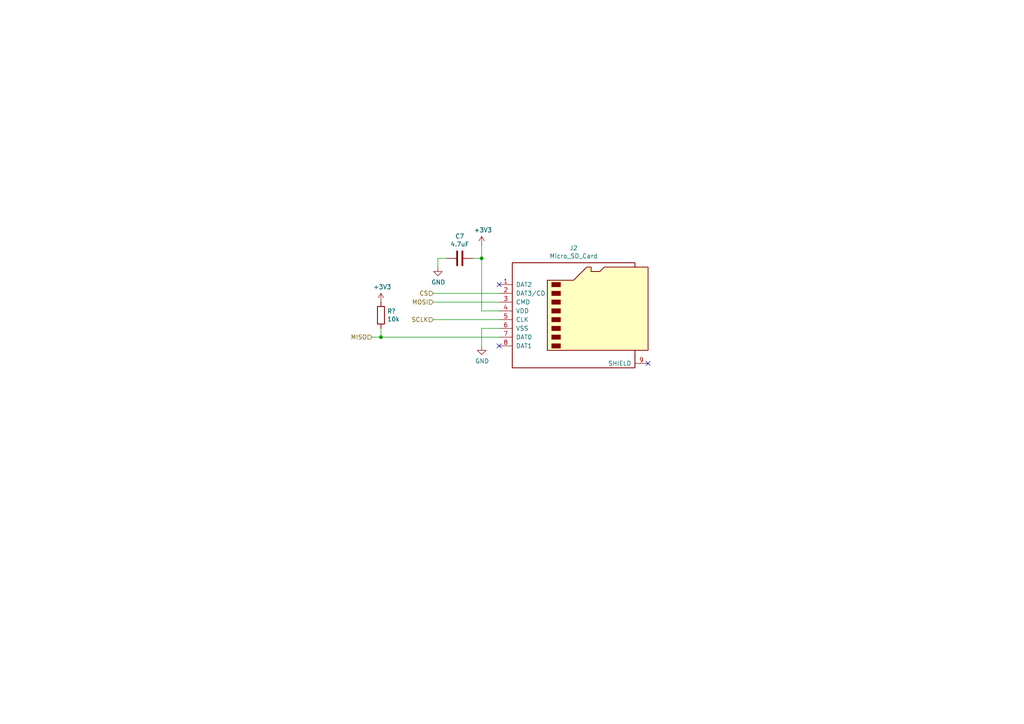
<source format=kicad_sch>
(kicad_sch (version 20211123) (generator eeschema)
  (paper "A4")
  (title_block (title "SD Card Breakout") (date "2022-01-04") (company "Waterloo Rocketry"))
  (lib_symbols
    (symbol "Connector:Micro_SD_Card" (pin_names (offset 1.016))
      (property "Reference" "J" (at -16.51 15.24 0))
      (property "Value" "Micro_SD_Card" (at 16.51 15.24 0))
      (symbol "Micro_SD_Card_0_1"
        (rectangle (start -7.62 -9.525) (end -5.08 -10.795) (fill (type outline)))
        (rectangle (start -7.62 -6.985) (end -5.08 -8.255) (fill (type outline)))
        (rectangle (start -7.62 -4.445) (end -5.08 -5.715) (fill (type outline)))
        (rectangle (start -7.62 -1.905) (end -5.08 -3.175) (fill (type outline)))
        (rectangle (start -7.62 0.635) (end -5.08 -0.635) (fill (type outline)))
        (rectangle (start -7.62 3.175) (end -5.08 1.905) (fill (type outline)))
        (rectangle (start -7.62 5.715) (end -5.08 4.445) (fill (type outline)))
        (rectangle (start -7.62 8.255) (end -5.08 6.985) (fill (type outline)))
        (polyline (pts (xy 16.51 12.7) (xy 16.51 13.97) (xy -19.05 13.97) (xy -19.05 -16.51) (xy 16.51 -16.51) (xy 16.51 -11.43)) (stroke (width 0.254)))
        (polyline (pts (xy -8.89 -11.43) (xy -8.89 8.89) (xy -1.27 8.89) (xy 2.54 12.7) (xy 3.81 12.7) (xy 3.81 11.43) (xy 6.35 11.43) (xy 7.62 12.7) (xy 20.32 12.7) (xy 20.32 -11.43) (xy -8.89 -11.43)) (stroke (width 0.254)) (fill (type background)))
      )
      (symbol "Micro_SD_Card_1_1"
        (pin bidirectional line (at -22.86 7.62 0) (length 3.81) (name "DAT2") (number "1"))
        (pin bidirectional line (at -22.86 5.08 0) (length 3.81) (name "DAT3/CD") (number "2"))
        (pin input line (at -22.86 2.54 0) (length 3.81) (name "CMD") (number "3"))
        (pin power_in line (at -22.86 0 0) (length 3.81) (name "VDD") (number "4"))
        (pin input line (at -22.86 -2.54 0) (length 3.81) (name "CLK") (number "5"))
        (pin power_in line (at -22.86 -5.08 0) (length 3.81) (name "VSS") (number "6"))
        (pin bidirectional line (at -22.86 -7.62 0) (length 3.81) (name "DAT0") (number "7"))
        (pin bidirectional line (at -22.86 -10.16 0) (length 3.81) (name "DAT1") (number "8"))
        (pin passive line (at 20.32 -15.24 180) (length 3.81) (name "SHIELD") (number "9"))
      )
    )
    (symbol "Device:C" (pin_numbers hide) (pin_names (offset 0.254))
      (property "Reference" "C" (at 0.635 2.54 0))
      (property "Value" "C" (at 0.635 -2.54 0))
      (symbol "C_0_1"
        (polyline (pts (xy -2.032 -0.762) (xy 2.032 -0.762)) (stroke (width 0.508)))
        (polyline (pts (xy -2.032 0.762) (xy 2.032 0.762)) (stroke (width 0.508)))
      )
      (symbol "C_1_1"
        (pin passive line (at 0 3.81 270) (length 2.794) (name "~") (number "1"))
        (pin passive line (at 0 -3.81 90) (length 2.794) (name "~") (number "2"))
      )
    )
    (symbol "Device:R" (pin_numbers hide) (pin_names (offset 0))
      (property "Reference" "R" (at 2.032 0 90))
      (property "Value" "R" (at 0 0 90))
      (symbol "R_0_1"
        (rectangle (start -1.016 -2.54) (end 1.016 2.54) (stroke (width 0.254)))
      )
      (symbol "R_1_1"
        (pin passive line (at 0 3.81 270) (length 1.27) (name "~") (number "1"))
        (pin passive line (at 0 -3.81 90) (length 1.27) (name "~") (number "2"))
      )
    )
    (symbol "logger-rescue:+3.3V-power" (power) (pin_names (offset 0))
      (property "Value" "+3.3V-power" (at 0 3.556 0))
      (symbol "+3.3V-power_0_1"
        (polyline (pts (xy -0.762 1.27) (xy 0 2.54)))
        (polyline (pts (xy 0 0) (xy 0 2.54)))
        (polyline (pts (xy 0 2.54) (xy 0.762 1.27)))
      )
      (symbol "+3.3V-power_1_1"
        (pin power_in line (at 0 0 90) (length 0) hide (name "+3V3") (number "1"))
      )
    )
    (symbol "power:GND" (power) (pin_names (offset 0))
      (property "Value" "GND" (at 0 -3.81 0))
      (symbol "GND_0_1"
        (polyline (pts (xy 0 0) (xy 0 -1.27) (xy 1.27 -1.27) (xy 0 -2.54) (xy -1.27 -1.27) (xy 0 -1.27)))
      )
      (symbol "GND_1_1"
        (pin power_in line (at 0 0 270) (length 0) hide (name "GND") (number "1"))
      )
    )
  )
  (junction (at 110.49 97.79))
  (junction (at 139.7 74.93))
  (no_connect (at 144.78 100.33))
  (no_connect (at 187.96 105.41))
  (no_connect (at 144.78 82.55))
  (wire (pts (xy 139.7 100.33) (xy 139.7 95.25)))
  (wire (pts (xy 125.73 85.09) (xy 144.78 85.09)))
  (wire (pts (xy 107.95 97.79) (xy 110.49 97.79)))
  (wire (pts (xy 139.7 74.93) (xy 139.7 71.12)))
  (wire (pts (xy 139.7 95.25) (xy 144.78 95.25)))
  (wire (pts (xy 127 74.93) (xy 129.54 74.93)))
  (wire (pts (xy 137.16 74.93) (xy 139.7 74.93)))
  (wire (pts (xy 125.73 92.71) (xy 144.78 92.71)))
  (wire (pts (xy 139.7 90.17) (xy 139.7 74.93)))
  (wire (pts (xy 127 77.47) (xy 127 74.93)))
  (wire (pts (xy 110.49 95.25) (xy 110.49 97.79)))
  (wire (pts (xy 144.78 90.17) (xy 139.7 90.17)))
  (wire (pts (xy 125.73 87.63) (xy 144.78 87.63)))
  (wire (pts (xy 110.49 97.79) (xy 144.78 97.79)))
  (hierarchical_label "MISO" (shape input) (at 107.95 97.79 180))
  (hierarchical_label "SCLK" (shape input) (at 125.73 92.71 180))
  (hierarchical_label "CS" (shape input) (at 125.73 85.09 180))
  (hierarchical_label "MOSI" (shape input) (at 125.73 87.63 180))
  (symbol (lib_id "Connector:Micro_SD_Card") (at 167.64 90.17 0) (unit 1)
    (property "Reference" "J2" (at 166.37 71.9582 0))
    (property "Value" "Micro_SD_Card" (at 166.37 74.2696 0))
    (property "Footprint" "canhw_footprints:microSD_Molex_WM6698CT-ND" (effects hide))
    (property "Datasheet" "http://katalog.we-online.de/em/datasheet/693072010801.pdf" (effects hide))
  )
  (symbol (lib_id "logger-rescue:+3.3V-power") (at 139.7 71.12 0) (unit 1)
    (property "Value" "+3.3V" (at 140.081 66.7258 0))
  )
  (symbol (lib_id "Device:C") (at 133.35 74.93 270) (unit 1)
    (property "Reference" "C7" (at 133.35 68.5292 90))
    (property "Value" "4.7uF" (at 133.35 70.8406 90))
    (property "Footprint" "Capacitor_SMD:C_0805_2012Metric_Pad1.18x1.45mm_HandSolder" (effects hide))
  )
  (symbol (lib_id "power:GND") (at 127 77.47 0) (unit 1)
    (property "Value" "GND" (at 127.127 81.8642 0))
  )
  (symbol (lib_id "power:GND") (at 139.7 100.33 0) (unit 1)
    (property "Value" "GND" (at 139.827 104.7242 0))
  )
  (symbol (lib_id "Device:R") (at 110.49 91.44 0) (unit 1)
    (property "Reference" "R?" (at 112.268 90.2716 0) (effects (justify left)))
    (property "Value" "10k" (at 112.268 92.583 0) (effects (justify left)))
    (property "Footprint" "Resistor_SMD:R_0805_2012Metric_Pad1.15x1.40mm_HandSolder" (effects hide))
  )
  (symbol (lib_id "logger-rescue:+3.3V-power") (at 110.49 87.63 0) (unit 1)
    (property "Value" "+3.3V" (at 110.871 83.2358 0))
  )
)
</source>
